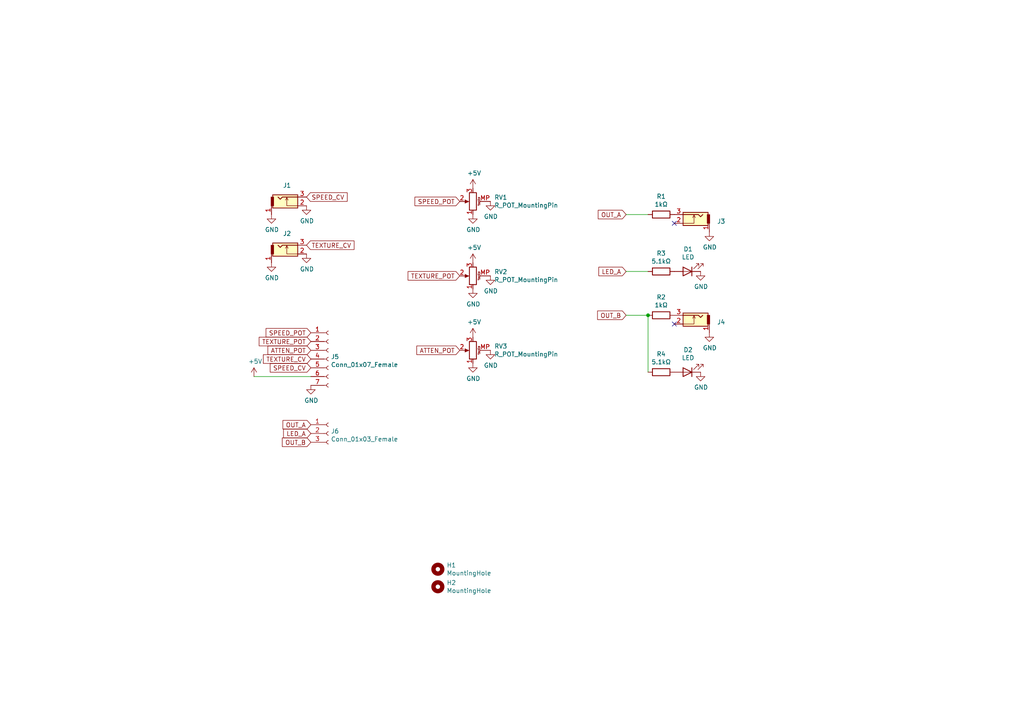
<source format=kicad_sch>
(kicad_sch (version 20230121) (generator eeschema)
  (paper "A4")
  (title_block (title "Simplex Back") (date "2021-08-12") (rev "v0.3") (company "Free Modular"))
  (lib_symbols
    (symbol "Device:LED" (pin_numbers hide) (pin_names (offset 1.016) hide)
      (property "Reference" "D" (at 0 2.54 0))
      (property "Value" "LED" (at 0 -2.54 0))
      (symbol "LED_0_1"
        (polyline (pts (xy -1.27 -1.27) (xy -1.27 1.27)) (stroke (width 0.254)))
        (polyline (pts (xy -1.27 0) (xy 1.27 0)))
        (polyline (pts (xy 1.27 -1.27) (xy 1.27 1.27) (xy -1.27 0) (xy 1.27 -1.27)) (stroke (width 0.254)))
        (polyline (pts (xy -3.048 -0.762) (xy -4.572 -2.286) (xy -3.81 -2.286) (xy -4.572 -2.286) (xy -4.572 -1.524)))
        (polyline (pts (xy -1.778 -0.762) (xy -3.302 -2.286) (xy -2.54 -2.286) (xy -3.302 -2.286) (xy -3.302 -1.524)))
      )
      (symbol "LED_1_1"
        (pin passive line (at -3.81 0 0) (length 2.54) (name "K") (number "1"))
        (pin passive line (at 3.81 0 180) (length 2.54) (name "A") (number "2"))
      )
    )
    (symbol "Device:R" (pin_numbers hide) (pin_names (offset 0))
      (property "Reference" "R" (at 2.032 0 90))
      (property "Value" "R" (at 0 0 90))
      (symbol "R_0_1"
        (rectangle (start -1.016 -2.54) (end 1.016 2.54) (stroke (width 0.254)))
      )
      (symbol "R_1_1"
        (pin passive line (at 0 3.81 270) (length 1.27) (name "~") (number "1"))
        (pin passive line (at 0 -3.81 90) (length 1.27) (name "~") (number "2"))
      )
    )
    (symbol "Mechanical:MountingHole" (pin_names (offset 1.016))
      (property "Reference" "H" (at 0 5.08 0))
      (property "Value" "MountingHole" (at 0 3.175 0))
      (symbol "MountingHole_0_1"
        (circle (center 0 0) (radius 1.27) (stroke (width 1.27)))
      )
    )
    (symbol "power:+5V" (power) (pin_names (offset 0))
      (property "Value" "+5V" (at 0 3.556 0))
      (symbol "+5V_0_1"
        (polyline (pts (xy -0.762 1.27) (xy 0 2.54)))
        (polyline (pts (xy 0 0) (xy 0 2.54)))
        (polyline (pts (xy 0 2.54) (xy 0.762 1.27)))
      )
      (symbol "+5V_1_1"
        (pin power_in line (at 0 0 90) (length 0) hide (name "+5V") (number "1"))
      )
    )
    (symbol "power:GND" (power) (pin_names (offset 0))
      (property "Value" "GND" (at 0 -3.81 0))
      (symbol "GND_0_1"
        (polyline (pts (xy 0 0) (xy 0 -1.27) (xy 1.27 -1.27) (xy 0 -2.54) (xy -1.27 -1.27) (xy 0 -1.27)))
      )
      (symbol "GND_1_1"
        (pin power_in line (at 0 0 270) (length 0) hide (name "GND") (number "1"))
      )
    )
    (symbol "simplex_pcb_front-rescue:Conn_01x03_Female-Connector" (pin_names (offset 1.016) hide)
      (property "Reference" "J" (at 0 5.08 0))
      (property "Value" "Connector_Conn_01x03_Female" (at 0 -5.08 0))
      (symbol "Conn_01x03_Female-Connector_1_1"
        (arc (start 0 -2.032) (mid -0.5058 -2.54) (end 0 -3.048) (stroke (width 0.1524)))
        (polyline (pts (xy -1.27 -2.54) (xy -0.508 -2.54)) (stroke (width 0.1524)))
        (polyline (pts (xy -1.27 0) (xy -0.508 0)) (stroke (width 0.1524)))
        (polyline (pts (xy -1.27 2.54) (xy -0.508 2.54)) (stroke (width 0.1524)))
        (arc (start 0 0.508) (mid -0.5058 0) (end 0 -0.508) (stroke (width 0.1524)))
        (arc (start 0 3.048) (mid -0.5058 2.54) (end 0 2.032) (stroke (width 0.1524)))
        (pin passive line (at -5.08 2.54 0) (length 3.81) (name "Pin_1") (number "1"))
        (pin passive line (at -5.08 0 0) (length 3.81) (name "Pin_2") (number "2"))
        (pin passive line (at -5.08 -2.54 0) (length 3.81) (name "Pin_3") (number "3"))
      )
    )
    (symbol "simplex_pcb_front-rescue:Conn_01x07_Female-Connector" (pin_names (offset 1.016) hide)
      (property "Reference" "J" (at 0 10.16 0))
      (property "Value" "Connector_Conn_01x07_Female" (at 0 -10.16 0))
      (symbol "Conn_01x07_Female-Connector_1_1"
        (arc (start 0 -7.112) (mid -0.5058 -7.62) (end 0 -8.128) (stroke (width 0.1524)))
        (arc (start 0 -4.572) (mid -0.5058 -5.08) (end 0 -5.588) (stroke (width 0.1524)))
        (arc (start 0 -2.032) (mid -0.5058 -2.54) (end 0 -3.048) (stroke (width 0.1524)))
        (polyline (pts (xy -1.27 -7.62) (xy -0.508 -7.62)) (stroke (width 0.1524)))
        (polyline (pts (xy -1.27 -5.08) (xy -0.508 -5.08)) (stroke (width 0.1524)))
        (polyline (pts (xy -1.27 -2.54) (xy -0.508 -2.54)) (stroke (width 0.1524)))
        (polyline (pts (xy -1.27 0) (xy -0.508 0)) (stroke (width 0.1524)))
        (polyline (pts (xy -1.27 2.54) (xy -0.508 2.54)) (stroke (width 0.1524)))
        (polyline (pts (xy -1.27 5.08) (xy -0.508 5.08)) (stroke (width 0.1524)))
        (polyline (pts (xy -1.27 7.62) (xy -0.508 7.62)) (stroke (width 0.1524)))
        (arc (start 0 0.508) (mid -0.5058 0) (end 0 -0.508) (stroke (width 0.1524)))
        (arc (start 0 3.048) (mid -0.5058 2.54) (end 0 2.032) (stroke (width 0.1524)))
        (arc (start 0 5.588) (mid -0.5058 5.08) (end 0 4.572) (stroke (width 0.1524)))
        (arc (start 0 8.128) (mid -0.5058 7.62) (end 0 7.112) (stroke (width 0.1524)))
        (pin passive line (at -5.08 7.62 0) (length 3.81) (name "Pin_1") (number "1"))
        (pin passive line (at -5.08 5.08 0) (length 3.81) (name "Pin_2") (number "2"))
        (pin passive line (at -5.08 2.54 0) (length 3.81) (name "Pin_3") (number "3"))
        (pin passive line (at -5.08 0 0) (length 3.81) (name "Pin_4") (number "4"))
        (pin passive line (at -5.08 -2.54 0) (length 3.81) (name "Pin_5") (number "5"))
        (pin passive line (at -5.08 -5.08 0) (length 3.81) (name "Pin_6") (number "6"))
        (pin passive line (at -5.08 -7.62 0) (length 3.81) (name "Pin_7") (number "7"))
      )
    )
    (symbol "simplex_pcb_front-rescue:R_POT_MountingPin-Device" (pin_names (offset 1.016) hide)
      (property "Reference" "RV" (at -8.255 0 90))
      (property "Value" "Device_R_POT_MountingPin" (at -6.35 0 90))
      (symbol "R_POT_MountingPin-Device_0_1"
        (polyline (pts (xy 2.54 0) (xy 1.524 0)))
        (polyline (pts (xy 1.143 0) (xy 2.286 0.508) (xy 2.286 -0.508)) (fill (type outline)))
        (rectangle (start 1.016 2.54) (end -1.016 -2.54) (stroke (width 0.254)))
      )
      (symbol "R_POT_MountingPin-Device_1_1"
        (polyline (pts (xy -2.032 1.016) (xy -2.032 -1.016)) (stroke (width 0.1524)))
        (text "Mounting" (at -1.651 0 900) (effects (font (size 0.381 0.381))))
        (pin passive line (at 0 3.81 270) (length 1.27) (name "1") (number "1"))
        (pin passive line (at 3.81 0 180) (length 1.27) (name "2") (number "2"))
        (pin passive line (at 0 -3.81 90) (length 1.27) (name "3") (number "3"))
        (pin passive line (at -5.08 0 0) (length 3.048) (name "MountPin") (number "MP"))
      )
    )
    (symbol "simplex_pcb_front-rescue:THONKICONN-free_modular" (pin_names (offset 1.016))
      (property "Reference" "J" (at -1.27 4.445 0))
      (symbol "THONKICONN-free_modular_0_1"
        (rectangle (start -4.699 3.175) (end 2.54 -0.635) (stroke (width 0.254)) (fill (type background)))
        (rectangle (start -4.445 0) (end -5.207 2.54) (fill (type outline)))
        (polyline (pts (xy -0.635 2.413) (xy -0.254 1.651)))
        (polyline (pts (xy 2.54 0) (xy -0.635 0) (xy -0.635 2.413) (xy -1.016 1.651)))
        (polyline (pts (xy 2.54 2.54) (xy -1.905 2.54) (xy -2.54 1.905) (xy -3.175 2.54)) (stroke (width 0.254)))
      )
      (symbol "THONKICONN-free_modular_1_1"
        (pin passive line (at -5.08 -2.54 90) (length 2.54) (name "~") (number "1"))
        (pin passive line (at 5.08 0 180) (length 2.54) (name "~") (number "2"))
        (pin passive line (at 5.08 2.54 180) (length 2.54) (name "~") (number "3"))
      )
    )
  )
  (junction (at 187.96 91.44))
  (no_connect (at 195.58 93.98))
  (no_connect (at 195.58 64.77))
  (wire (pts (xy 181.61 78.74) (xy 187.96 78.74)))
  (wire (pts (xy 187.96 91.44) (xy 187.96 107.95)))
  (wire (pts (xy 73.66 109.22) (xy 90.17 109.22)))
  (wire (pts (xy 187.96 62.23) (xy 181.61 62.23)))
  (wire (pts (xy 181.61 91.44) (xy 187.96 91.44)))
  (global_label "TEXTURE_POT" (shape input) (at 133.35 80.01 180) (property "Intersheetrefs" "${INTERSHEET_REFS}" (effects hide)))
  (global_label "LED_A" (shape input) (at 181.61 78.74 180) (property "Intersheetrefs" "${INTERSHEET_REFS}" (effects hide)))
  (global_label "SPEED_POT" (shape input) (at 133.35 58.42 180) (property "Intersheetrefs" "${INTERSHEET_REFS}" (effects hide)))
  (global_label "SPEED_CV" (shape input) (at 90.17 106.68 180) (property "Intersheetrefs" "${INTERSHEET_REFS}" (effects hide)))
  (global_label "OUT_B" (shape input) (at 90.17 128.27 180) (property "Intersheetrefs" "${INTERSHEET_REFS}" (effects hide)))
  (global_label "LED_A" (shape input) (at 90.17 125.73 180) (property "Intersheetrefs" "${INTERSHEET_REFS}" (effects hide)))
  (global_label "OUT_B" (shape input) (at 181.61 91.44 180) (property "Intersheetrefs" "${INTERSHEET_REFS}" (effects hide)))
  (global_label "OUT_A" (shape input) (at 181.61 62.23 180) (property "Intersheetrefs" "${INTERSHEET_REFS}" (effects hide)))
  (global_label "TEXTURE_CV" (shape input) (at 88.9 71.12 0) (property "Intersheetrefs" "${INTERSHEET_REFS}" (effects hide)))
  (global_label "SPEED_CV" (shape input) (at 88.9 57.15 0) (property "Intersheetrefs" "${INTERSHEET_REFS}" (effects hide)))
  (global_label "TEXTURE_CV" (shape input) (at 90.17 104.14 180) (property "Intersheetrefs" "${INTERSHEET_REFS}" (effects hide)))
  (global_label "TEXTURE_POT" (shape input) (at 90.17 99.06 180) (property "Intersheetrefs" "${INTERSHEET_REFS}" (effects hide)))
  (global_label "ATTEN_POT" (shape input) (at 90.17 101.6 180) (property "Intersheetrefs" "${INTERSHEET_REFS}" (effects hide)))
  (global_label "OUT_A" (shape input) (at 90.17 123.19 180) (property "Intersheetrefs" "${INTERSHEET_REFS}" (effects hide)))
  (global_label "SPEED_POT" (shape input) (at 90.17 96.52 180) (property "Intersheetrefs" "${INTERSHEET_REFS}" (effects hide)))
  (global_label "ATTEN_POT" (shape input) (at 133.35 101.6 180) (property "Intersheetrefs" "${INTERSHEET_REFS}" (effects hide)))
  (symbol (lib_id "Mechanical:MountingHole") (at 127 165.1 0) (unit 1)
    (property "Reference" "H1" (at 129.54 163.9316 0) (effects (justify left)))
    (property "Value" "MountingHole" (at 129.54 166.243 0) (effects (justify left)))
    (property "Footprint" "MountingHole:MountingHole_2.7mm" (effects hide))
  )
  (symbol (lib_id "Mechanical:MountingHole") (at 127 170.18 0) (unit 1)
    (property "Reference" "H2" (at 129.54 169.0116 0) (effects (justify left)))
    (property "Value" "MountingHole" (at 129.54 171.323 0) (effects (justify left)))
    (property "Footprint" "MountingHole:MountingHole_2.7mm" (effects hide))
  )
  (symbol (lib_id "simplex_pcb_front-rescue:THONKICONN-free_modular") (at 83.82 59.69 0) (unit 1)
    (property "Reference" "J1" (at 83.2612 53.7718 0))
    (property "Value" "THONKICONN" (effects hide))
    (property "Footprint" "free_modular:THONKICONN_perf" (effects hide))
  )
  (symbol (lib_id "simplex_pcb_front-rescue:THONKICONN-free_modular") (at 83.82 73.66 0) (unit 1)
    (property "Reference" "J2" (at 83.2612 67.7418 0))
    (property "Value" "THONKICONN" (effects hide))
    (property "Footprint" "free_modular:THONKICONN_perf" (effects hide))
  )
  (symbol (lib_id "power:GND") (at 78.74 62.23 0) (unit 1)
    (property "Reference" "#PWR0106" (effects hide))
    (property "Value" "GND" (at 78.867 66.6242 0))
  )
  (symbol (lib_id "power:GND") (at 78.74 76.2 0) (unit 1)
    (property "Reference" "#PWR0105" (effects hide))
    (property "Value" "GND" (at 78.867 80.5942 0))
  )
  (symbol (lib_id "simplex_pcb_front-rescue:THONKICONN-free_modular") (at 200.66 64.77 0) (mirror y) (unit 1)
    (property "Reference" "J3" (at 207.9752 64.2112 0) (effects (justify right)))
    (property "Value" "THONKICONN" (effects hide))
    (property "Footprint" "free_modular:THONKICONN_perf" (effects hide))
  )
  (symbol (lib_id "simplex_pcb_front-rescue:THONKICONN-free_modular") (at 200.66 93.98 0) (mirror y) (unit 1)
    (property "Reference" "J4" (at 207.9752 93.4212 0) (effects (justify right)))
    (property "Value" "THONKICONN" (effects hide))
    (property "Footprint" "free_modular:THONKICONN_perf" (effects hide))
  )
  (symbol (lib_id "power:GND") (at 205.74 67.31 0) (unit 1)
    (property "Reference" "#PWR0104" (effects hide))
    (property "Value" "GND" (at 205.867 71.7042 0))
  )
  (symbol (lib_id "power:GND") (at 205.74 96.52 0) (unit 1)
    (property "Reference" "#PWR0101" (effects hide))
    (property "Value" "GND" (at 205.867 100.9142 0))
  )
  (symbol (lib_id "power:GND") (at 88.9 73.66 0) (unit 1)
    (property "Reference" "#PWR0103" (effects hide))
    (property "Value" "GND" (at 89.027 78.0542 0))
  )
  (symbol (lib_id "power:GND") (at 88.9 59.69 0) (unit 1)
    (property "Reference" "#PWR0102" (effects hide))
    (property "Value" "GND" (at 89.027 64.0842 0))
  )
  (symbol (lib_id "simplex_pcb_front-rescue:R_POT_MountingPin-Device") (at 137.16 58.42 180) (unit 1)
    (property "Reference" "RV1" (at 143.3576 57.2516 0) (effects (justify right)))
    (property "Value" "R_POT_MountingPin" (at 143.3576 59.563 0) (effects (justify right)))
    (property "Footprint" "free_modular:Alpha_Potentiometer_Grounded" (effects hide))
  )
  (symbol (lib_id "power:GND") (at 137.16 62.23 0) (unit 1)
    (property "Reference" "#PWR0107" (effects hide))
    (property "Value" "GND" (at 137.287 66.6242 0))
  )
  (symbol (lib_id "power:GND") (at 142.24 58.42 0) (unit 1)
    (property "Reference" "#PWR02" (effects hide))
    (property "Value" "GND" (at 142.367 62.8142 0))
  )
  (symbol (lib_id "power:+5V") (at 137.16 54.61 0) (unit 1)
    (property "Reference" "#PWR01" (effects hide))
    (property "Value" "+5V" (at 137.541 50.2158 0))
  )
  (symbol (lib_id "simplex_pcb_front-rescue:R_POT_MountingPin-Device") (at 137.16 80.01 180) (unit 1)
    (property "Reference" "RV2" (at 143.3576 78.8416 0) (effects (justify right)))
    (property "Value" "R_POT_MountingPin" (at 143.3576 81.153 0) (effects (justify right)))
    (property "Footprint" "free_modular:Alpha_Potentiometer_Grounded" (effects hide))
  )
  (symbol (lib_id "power:GND") (at 137.16 83.82 0) (unit 1)
    (property "Reference" "#PWR05" (effects hide))
    (property "Value" "GND" (at 137.287 88.2142 0))
  )
  (symbol (lib_id "power:GND") (at 142.24 80.01 0) (unit 1)
    (property "Reference" "#PWR04" (effects hide))
    (property "Value" "GND" (at 142.367 84.4042 0))
  )
  (symbol (lib_id "power:+5V") (at 137.16 76.2 0) (unit 1)
    (property "Reference" "#PWR03" (effects hide))
    (property "Value" "+5V" (at 137.541 71.8058 0))
  )
  (symbol (lib_id "simplex_pcb_front-rescue:R_POT_MountingPin-Device") (at 137.16 101.6 180) (unit 1)
    (property "Reference" "RV3" (at 143.3576 100.4316 0) (effects (justify right)))
    (property "Value" "R_POT_MountingPin" (at 143.3576 102.743 0) (effects (justify right)))
    (property "Footprint" "free_modular:Alpha_Potentiometer_Grounded" (effects hide))
  )
  (symbol (lib_id "power:GND") (at 137.16 105.41 0) (unit 1)
    (property "Reference" "#PWR08" (effects hide))
    (property "Value" "GND" (at 137.287 109.8042 0))
  )
  (symbol (lib_id "power:GND") (at 142.24 101.6 0) (unit 1)
    (property "Reference" "#PWR07" (effects hide))
    (property "Value" "GND" (at 142.367 105.9942 0))
  )
  (symbol (lib_id "power:+5V") (at 137.16 97.79 0) (unit 1)
    (property "Reference" "#PWR06" (effects hide))
    (property "Value" "+5V" (at 137.541 93.3958 0))
  )
  (symbol (lib_id "Device:R") (at 191.77 62.23 270) (unit 1)
    (property "Reference" "R1" (at 191.77 56.9722 90))
    (property "Value" "1kΩ" (at 191.77 59.2836 90))
    (property "Footprint" "Resistor_THT:R_Axial_DIN0207_L6.3mm_D2.5mm_P10.16mm_Horizontal" (effects hide))
  )
  (symbol (lib_id "Device:R") (at 191.77 91.44 270) (unit 1)
    (property "Reference" "R2" (at 191.77 86.1822 90))
    (property "Value" "1kΩ" (at 191.77 88.4936 90))
    (property "Footprint" "Resistor_THT:R_Axial_DIN0207_L6.3mm_D2.5mm_P10.16mm_Horizontal" (effects hide))
  )
  (symbol (lib_id "Device:R") (at 191.77 78.74 270) (unit 1)
    (property "Reference" "R3" (at 191.77 73.4822 90))
    (property "Value" "5.1kΩ" (at 191.77 75.7936 90))
    (property "Footprint" "Resistor_THT:R_Axial_DIN0207_L6.3mm_D2.5mm_P10.16mm_Horizontal" (effects hide))
  )
  (symbol (lib_id "Device:R") (at 191.77 107.95 270) (unit 1)
    (property "Reference" "R4" (at 191.77 102.6922 90))
    (property "Value" "5.1kΩ" (at 191.77 105.0036 90))
    (property "Footprint" "Resistor_THT:R_Axial_DIN0207_L6.3mm_D2.5mm_P10.16mm_Horizontal" (effects hide))
  )
  (symbol (lib_id "Device:LED") (at 199.39 78.74 180) (unit 1)
    (property "Reference" "D1" (at 199.5678 72.263 0))
    (property "Value" "LED" (at 199.5678 74.5744 0))
    (property "Footprint" "LED_THT:LED_D3.0mm" (effects hide))
  )
  (symbol (lib_id "power:GND") (at 203.2 78.74 0) (unit 1)
    (property "Reference" "#PWR09" (effects hide))
    (property "Value" "GND" (at 203.327 83.1342 0))
  )
  (symbol (lib_id "Device:LED") (at 199.39 107.95 180) (unit 1)
    (property "Reference" "D2" (at 199.5678 101.473 0))
    (property "Value" "LED" (at 199.5678 103.7844 0))
    (property "Footprint" "LED_THT:LED_D3.0mm" (effects hide))
  )
  (symbol (lib_id "power:GND") (at 203.2 107.95 0) (unit 1)
    (property "Reference" "#PWR010" (effects hide))
    (property "Value" "GND" (at 203.327 112.3442 0))
  )
  (symbol (lib_id "simplex_pcb_front-rescue:Conn_01x03_Female-Connector") (at 95.25 125.73 0) (unit 1)
    (property "Reference" "J6" (at 95.9612 125.0696 0) (effects (justify left)))
    (property "Value" "Conn_01x03_Female" (at 95.9612 127.381 0) (effects (justify left)))
    (property "Footprint" "Connector_PinSocket_2.54mm:PinSocket_1x03_P2.54mm_Vertical" (effects hide))
  )
  (symbol (lib_id "simplex_pcb_front-rescue:Conn_01x07_Female-Connector") (at 95.25 104.14 0) (unit 1)
    (property "Reference" "J5" (at 95.9612 103.4796 0) (effects (justify left)))
    (property "Value" "Conn_01x07_Female" (at 95.9612 105.791 0) (effects (justify left)))
    (property "Footprint" "Connector_PinSocket_2.54mm:PinSocket_1x07_P2.54mm_Vertical" (effects hide))
  )
  (symbol (lib_id "power:GND") (at 90.17 111.76 0) (unit 1)
    (property "Reference" "#PWR012" (effects hide))
    (property "Value" "GND" (at 90.297 116.1542 0))
  )
  (symbol (lib_id "power:+5V") (at 73.66 109.22 0) (unit 1)
    (property "Reference" "#PWR011" (effects hide))
    (property "Value" "+5V" (at 74.041 104.8258 0))
  )
)
</source>
